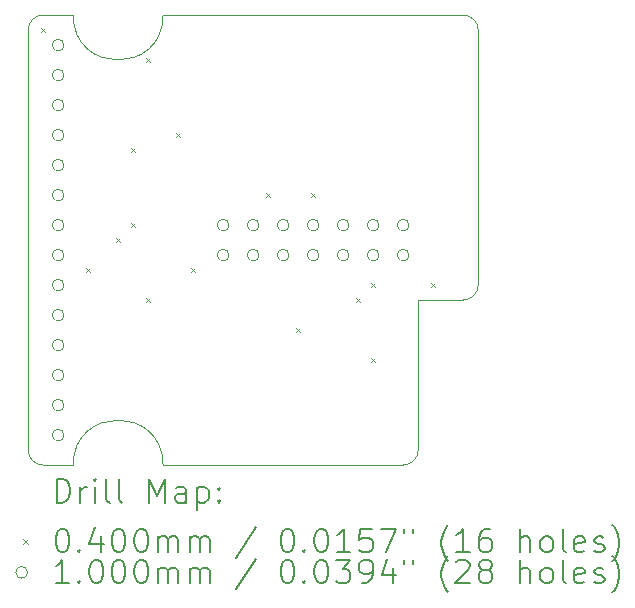
<source format=gbr>
%TF.GenerationSoftware,KiCad,Pcbnew,7.0.2*%
%TF.CreationDate,2023-05-16T20:51:57+02:00*%
%TF.ProjectId,Display Adapter,44697370-6c61-4792-9041-646170746572,V1.0*%
%TF.SameCoordinates,Original*%
%TF.FileFunction,Drillmap*%
%TF.FilePolarity,Positive*%
%FSLAX45Y45*%
G04 Gerber Fmt 4.5, Leading zero omitted, Abs format (unit mm)*
G04 Created by KiCad (PCBNEW 7.0.2) date 2023-05-16 20:51:57*
%MOMM*%
%LPD*%
G01*
G04 APERTURE LIST*
%ADD10C,0.100000*%
%ADD11C,0.200000*%
%ADD12C,0.040000*%
G04 APERTURE END LIST*
D10*
X13335000Y-8382000D02*
G75*
G03*
X14097000Y-8382000I381000J0D01*
G01*
X12954000Y-12065000D02*
G75*
G03*
X13081000Y-12192000I127000J0D01*
G01*
X16637000Y-10795000D02*
X16256000Y-10795000D01*
X13081000Y-8382000D02*
G75*
G03*
X12954000Y-8509000I0J-127000D01*
G01*
X16764000Y-8509000D02*
G75*
G03*
X16637000Y-8382000I-127000J0D01*
G01*
X14097000Y-8382000D02*
X16637000Y-8382000D01*
X14097000Y-12192000D02*
G75*
G03*
X13335000Y-12192000I-381000J0D01*
G01*
X16764000Y-8509000D02*
X16764000Y-10668000D01*
X12954000Y-12065000D02*
X12954000Y-8509000D01*
X16129000Y-12192000D02*
X14097000Y-12192000D01*
X13335000Y-8382000D02*
X13081000Y-8382000D01*
X13335000Y-12192000D02*
X13081000Y-12192000D01*
X16256000Y-12065000D02*
X16256000Y-10795000D01*
X16637000Y-10795000D02*
G75*
G03*
X16764000Y-10668000I0J127000D01*
G01*
X16129000Y-12192000D02*
G75*
G03*
X16256000Y-12065000I0J127000D01*
G01*
D11*
D12*
X13061000Y-8489000D02*
X13101000Y-8529000D01*
X13101000Y-8489000D02*
X13061000Y-8529000D01*
X13442000Y-10521000D02*
X13482000Y-10561000D01*
X13482000Y-10521000D02*
X13442000Y-10561000D01*
X13696000Y-10267000D02*
X13736000Y-10307000D01*
X13736000Y-10267000D02*
X13696000Y-10307000D01*
X13823000Y-9505000D02*
X13863000Y-9545000D01*
X13863000Y-9505000D02*
X13823000Y-9545000D01*
X13823000Y-10140000D02*
X13863000Y-10180000D01*
X13863000Y-10140000D02*
X13823000Y-10180000D01*
X13950000Y-8743000D02*
X13990000Y-8783000D01*
X13990000Y-8743000D02*
X13950000Y-8783000D01*
X13950000Y-10775000D02*
X13990000Y-10815000D01*
X13990000Y-10775000D02*
X13950000Y-10815000D01*
X14204000Y-9378000D02*
X14244000Y-9418000D01*
X14244000Y-9378000D02*
X14204000Y-9418000D01*
X14331000Y-10521000D02*
X14371000Y-10561000D01*
X14371000Y-10521000D02*
X14331000Y-10561000D01*
X14966000Y-9886000D02*
X15006000Y-9926000D01*
X15006000Y-9886000D02*
X14966000Y-9926000D01*
X15220000Y-11029000D02*
X15260000Y-11069000D01*
X15260000Y-11029000D02*
X15220000Y-11069000D01*
X15347000Y-9886000D02*
X15387000Y-9926000D01*
X15387000Y-9886000D02*
X15347000Y-9926000D01*
X15728000Y-10775000D02*
X15768000Y-10815000D01*
X15768000Y-10775000D02*
X15728000Y-10815000D01*
X15855000Y-10648000D02*
X15895000Y-10688000D01*
X15895000Y-10648000D02*
X15855000Y-10688000D01*
X15855000Y-11283000D02*
X15895000Y-11323000D01*
X15895000Y-11283000D02*
X15855000Y-11323000D01*
X16363000Y-10648000D02*
X16403000Y-10688000D01*
X16403000Y-10648000D02*
X16363000Y-10688000D01*
D10*
X13258000Y-8636000D02*
G75*
G03*
X13258000Y-8636000I-50000J0D01*
G01*
X13258000Y-8890000D02*
G75*
G03*
X13258000Y-8890000I-50000J0D01*
G01*
X13258000Y-9144000D02*
G75*
G03*
X13258000Y-9144000I-50000J0D01*
G01*
X13258000Y-9398000D02*
G75*
G03*
X13258000Y-9398000I-50000J0D01*
G01*
X13258000Y-9652000D02*
G75*
G03*
X13258000Y-9652000I-50000J0D01*
G01*
X13258000Y-9906000D02*
G75*
G03*
X13258000Y-9906000I-50000J0D01*
G01*
X13258000Y-10160000D02*
G75*
G03*
X13258000Y-10160000I-50000J0D01*
G01*
X13258000Y-10414000D02*
G75*
G03*
X13258000Y-10414000I-50000J0D01*
G01*
X13258000Y-10668000D02*
G75*
G03*
X13258000Y-10668000I-50000J0D01*
G01*
X13258000Y-10922000D02*
G75*
G03*
X13258000Y-10922000I-50000J0D01*
G01*
X13258000Y-11176000D02*
G75*
G03*
X13258000Y-11176000I-50000J0D01*
G01*
X13258000Y-11430000D02*
G75*
G03*
X13258000Y-11430000I-50000J0D01*
G01*
X13258000Y-11684000D02*
G75*
G03*
X13258000Y-11684000I-50000J0D01*
G01*
X13258000Y-11938000D02*
G75*
G03*
X13258000Y-11938000I-50000J0D01*
G01*
X14655000Y-10160000D02*
G75*
G03*
X14655000Y-10160000I-50000J0D01*
G01*
X14655000Y-10414000D02*
G75*
G03*
X14655000Y-10414000I-50000J0D01*
G01*
X14909000Y-10160000D02*
G75*
G03*
X14909000Y-10160000I-50000J0D01*
G01*
X14909000Y-10414000D02*
G75*
G03*
X14909000Y-10414000I-50000J0D01*
G01*
X15163000Y-10160000D02*
G75*
G03*
X15163000Y-10160000I-50000J0D01*
G01*
X15163000Y-10414000D02*
G75*
G03*
X15163000Y-10414000I-50000J0D01*
G01*
X15417000Y-10160000D02*
G75*
G03*
X15417000Y-10160000I-50000J0D01*
G01*
X15417000Y-10414000D02*
G75*
G03*
X15417000Y-10414000I-50000J0D01*
G01*
X15671000Y-10160000D02*
G75*
G03*
X15671000Y-10160000I-50000J0D01*
G01*
X15671000Y-10414000D02*
G75*
G03*
X15671000Y-10414000I-50000J0D01*
G01*
X15925000Y-10160000D02*
G75*
G03*
X15925000Y-10160000I-50000J0D01*
G01*
X15925000Y-10414000D02*
G75*
G03*
X15925000Y-10414000I-50000J0D01*
G01*
X16179000Y-10160000D02*
G75*
G03*
X16179000Y-10160000I-50000J0D01*
G01*
X16179000Y-10414000D02*
G75*
G03*
X16179000Y-10414000I-50000J0D01*
G01*
D11*
X13196619Y-12509524D02*
X13196619Y-12309524D01*
X13196619Y-12309524D02*
X13244238Y-12309524D01*
X13244238Y-12309524D02*
X13272809Y-12319048D01*
X13272809Y-12319048D02*
X13291857Y-12338095D01*
X13291857Y-12338095D02*
X13301381Y-12357143D01*
X13301381Y-12357143D02*
X13310905Y-12395238D01*
X13310905Y-12395238D02*
X13310905Y-12423809D01*
X13310905Y-12423809D02*
X13301381Y-12461905D01*
X13301381Y-12461905D02*
X13291857Y-12480952D01*
X13291857Y-12480952D02*
X13272809Y-12500000D01*
X13272809Y-12500000D02*
X13244238Y-12509524D01*
X13244238Y-12509524D02*
X13196619Y-12509524D01*
X13396619Y-12509524D02*
X13396619Y-12376190D01*
X13396619Y-12414286D02*
X13406143Y-12395238D01*
X13406143Y-12395238D02*
X13415667Y-12385714D01*
X13415667Y-12385714D02*
X13434714Y-12376190D01*
X13434714Y-12376190D02*
X13453762Y-12376190D01*
X13520428Y-12509524D02*
X13520428Y-12376190D01*
X13520428Y-12309524D02*
X13510905Y-12319048D01*
X13510905Y-12319048D02*
X13520428Y-12328571D01*
X13520428Y-12328571D02*
X13529952Y-12319048D01*
X13529952Y-12319048D02*
X13520428Y-12309524D01*
X13520428Y-12309524D02*
X13520428Y-12328571D01*
X13644238Y-12509524D02*
X13625190Y-12500000D01*
X13625190Y-12500000D02*
X13615667Y-12480952D01*
X13615667Y-12480952D02*
X13615667Y-12309524D01*
X13749000Y-12509524D02*
X13729952Y-12500000D01*
X13729952Y-12500000D02*
X13720428Y-12480952D01*
X13720428Y-12480952D02*
X13720428Y-12309524D01*
X13977571Y-12509524D02*
X13977571Y-12309524D01*
X13977571Y-12309524D02*
X14044238Y-12452381D01*
X14044238Y-12452381D02*
X14110905Y-12309524D01*
X14110905Y-12309524D02*
X14110905Y-12509524D01*
X14291857Y-12509524D02*
X14291857Y-12404762D01*
X14291857Y-12404762D02*
X14282333Y-12385714D01*
X14282333Y-12385714D02*
X14263286Y-12376190D01*
X14263286Y-12376190D02*
X14225190Y-12376190D01*
X14225190Y-12376190D02*
X14206143Y-12385714D01*
X14291857Y-12500000D02*
X14272809Y-12509524D01*
X14272809Y-12509524D02*
X14225190Y-12509524D01*
X14225190Y-12509524D02*
X14206143Y-12500000D01*
X14206143Y-12500000D02*
X14196619Y-12480952D01*
X14196619Y-12480952D02*
X14196619Y-12461905D01*
X14196619Y-12461905D02*
X14206143Y-12442857D01*
X14206143Y-12442857D02*
X14225190Y-12433333D01*
X14225190Y-12433333D02*
X14272809Y-12433333D01*
X14272809Y-12433333D02*
X14291857Y-12423809D01*
X14387095Y-12376190D02*
X14387095Y-12576190D01*
X14387095Y-12385714D02*
X14406143Y-12376190D01*
X14406143Y-12376190D02*
X14444238Y-12376190D01*
X14444238Y-12376190D02*
X14463286Y-12385714D01*
X14463286Y-12385714D02*
X14472809Y-12395238D01*
X14472809Y-12395238D02*
X14482333Y-12414286D01*
X14482333Y-12414286D02*
X14482333Y-12471428D01*
X14482333Y-12471428D02*
X14472809Y-12490476D01*
X14472809Y-12490476D02*
X14463286Y-12500000D01*
X14463286Y-12500000D02*
X14444238Y-12509524D01*
X14444238Y-12509524D02*
X14406143Y-12509524D01*
X14406143Y-12509524D02*
X14387095Y-12500000D01*
X14568048Y-12490476D02*
X14577571Y-12500000D01*
X14577571Y-12500000D02*
X14568048Y-12509524D01*
X14568048Y-12509524D02*
X14558524Y-12500000D01*
X14558524Y-12500000D02*
X14568048Y-12490476D01*
X14568048Y-12490476D02*
X14568048Y-12509524D01*
X14568048Y-12385714D02*
X14577571Y-12395238D01*
X14577571Y-12395238D02*
X14568048Y-12404762D01*
X14568048Y-12404762D02*
X14558524Y-12395238D01*
X14558524Y-12395238D02*
X14568048Y-12385714D01*
X14568048Y-12385714D02*
X14568048Y-12404762D01*
D12*
X12909000Y-12817000D02*
X12949000Y-12857000D01*
X12949000Y-12817000D02*
X12909000Y-12857000D01*
D11*
X13234714Y-12729524D02*
X13253762Y-12729524D01*
X13253762Y-12729524D02*
X13272809Y-12739048D01*
X13272809Y-12739048D02*
X13282333Y-12748571D01*
X13282333Y-12748571D02*
X13291857Y-12767619D01*
X13291857Y-12767619D02*
X13301381Y-12805714D01*
X13301381Y-12805714D02*
X13301381Y-12853333D01*
X13301381Y-12853333D02*
X13291857Y-12891428D01*
X13291857Y-12891428D02*
X13282333Y-12910476D01*
X13282333Y-12910476D02*
X13272809Y-12920000D01*
X13272809Y-12920000D02*
X13253762Y-12929524D01*
X13253762Y-12929524D02*
X13234714Y-12929524D01*
X13234714Y-12929524D02*
X13215667Y-12920000D01*
X13215667Y-12920000D02*
X13206143Y-12910476D01*
X13206143Y-12910476D02*
X13196619Y-12891428D01*
X13196619Y-12891428D02*
X13187095Y-12853333D01*
X13187095Y-12853333D02*
X13187095Y-12805714D01*
X13187095Y-12805714D02*
X13196619Y-12767619D01*
X13196619Y-12767619D02*
X13206143Y-12748571D01*
X13206143Y-12748571D02*
X13215667Y-12739048D01*
X13215667Y-12739048D02*
X13234714Y-12729524D01*
X13387095Y-12910476D02*
X13396619Y-12920000D01*
X13396619Y-12920000D02*
X13387095Y-12929524D01*
X13387095Y-12929524D02*
X13377571Y-12920000D01*
X13377571Y-12920000D02*
X13387095Y-12910476D01*
X13387095Y-12910476D02*
X13387095Y-12929524D01*
X13568048Y-12796190D02*
X13568048Y-12929524D01*
X13520428Y-12720000D02*
X13472809Y-12862857D01*
X13472809Y-12862857D02*
X13596619Y-12862857D01*
X13710905Y-12729524D02*
X13729952Y-12729524D01*
X13729952Y-12729524D02*
X13749000Y-12739048D01*
X13749000Y-12739048D02*
X13758524Y-12748571D01*
X13758524Y-12748571D02*
X13768048Y-12767619D01*
X13768048Y-12767619D02*
X13777571Y-12805714D01*
X13777571Y-12805714D02*
X13777571Y-12853333D01*
X13777571Y-12853333D02*
X13768048Y-12891428D01*
X13768048Y-12891428D02*
X13758524Y-12910476D01*
X13758524Y-12910476D02*
X13749000Y-12920000D01*
X13749000Y-12920000D02*
X13729952Y-12929524D01*
X13729952Y-12929524D02*
X13710905Y-12929524D01*
X13710905Y-12929524D02*
X13691857Y-12920000D01*
X13691857Y-12920000D02*
X13682333Y-12910476D01*
X13682333Y-12910476D02*
X13672809Y-12891428D01*
X13672809Y-12891428D02*
X13663286Y-12853333D01*
X13663286Y-12853333D02*
X13663286Y-12805714D01*
X13663286Y-12805714D02*
X13672809Y-12767619D01*
X13672809Y-12767619D02*
X13682333Y-12748571D01*
X13682333Y-12748571D02*
X13691857Y-12739048D01*
X13691857Y-12739048D02*
X13710905Y-12729524D01*
X13901381Y-12729524D02*
X13920429Y-12729524D01*
X13920429Y-12729524D02*
X13939476Y-12739048D01*
X13939476Y-12739048D02*
X13949000Y-12748571D01*
X13949000Y-12748571D02*
X13958524Y-12767619D01*
X13958524Y-12767619D02*
X13968048Y-12805714D01*
X13968048Y-12805714D02*
X13968048Y-12853333D01*
X13968048Y-12853333D02*
X13958524Y-12891428D01*
X13958524Y-12891428D02*
X13949000Y-12910476D01*
X13949000Y-12910476D02*
X13939476Y-12920000D01*
X13939476Y-12920000D02*
X13920429Y-12929524D01*
X13920429Y-12929524D02*
X13901381Y-12929524D01*
X13901381Y-12929524D02*
X13882333Y-12920000D01*
X13882333Y-12920000D02*
X13872809Y-12910476D01*
X13872809Y-12910476D02*
X13863286Y-12891428D01*
X13863286Y-12891428D02*
X13853762Y-12853333D01*
X13853762Y-12853333D02*
X13853762Y-12805714D01*
X13853762Y-12805714D02*
X13863286Y-12767619D01*
X13863286Y-12767619D02*
X13872809Y-12748571D01*
X13872809Y-12748571D02*
X13882333Y-12739048D01*
X13882333Y-12739048D02*
X13901381Y-12729524D01*
X14053762Y-12929524D02*
X14053762Y-12796190D01*
X14053762Y-12815238D02*
X14063286Y-12805714D01*
X14063286Y-12805714D02*
X14082333Y-12796190D01*
X14082333Y-12796190D02*
X14110905Y-12796190D01*
X14110905Y-12796190D02*
X14129952Y-12805714D01*
X14129952Y-12805714D02*
X14139476Y-12824762D01*
X14139476Y-12824762D02*
X14139476Y-12929524D01*
X14139476Y-12824762D02*
X14149000Y-12805714D01*
X14149000Y-12805714D02*
X14168048Y-12796190D01*
X14168048Y-12796190D02*
X14196619Y-12796190D01*
X14196619Y-12796190D02*
X14215667Y-12805714D01*
X14215667Y-12805714D02*
X14225190Y-12824762D01*
X14225190Y-12824762D02*
X14225190Y-12929524D01*
X14320429Y-12929524D02*
X14320429Y-12796190D01*
X14320429Y-12815238D02*
X14329952Y-12805714D01*
X14329952Y-12805714D02*
X14349000Y-12796190D01*
X14349000Y-12796190D02*
X14377571Y-12796190D01*
X14377571Y-12796190D02*
X14396619Y-12805714D01*
X14396619Y-12805714D02*
X14406143Y-12824762D01*
X14406143Y-12824762D02*
X14406143Y-12929524D01*
X14406143Y-12824762D02*
X14415667Y-12805714D01*
X14415667Y-12805714D02*
X14434714Y-12796190D01*
X14434714Y-12796190D02*
X14463286Y-12796190D01*
X14463286Y-12796190D02*
X14482333Y-12805714D01*
X14482333Y-12805714D02*
X14491857Y-12824762D01*
X14491857Y-12824762D02*
X14491857Y-12929524D01*
X14882333Y-12720000D02*
X14710905Y-12977143D01*
X15139476Y-12729524D02*
X15158524Y-12729524D01*
X15158524Y-12729524D02*
X15177572Y-12739048D01*
X15177572Y-12739048D02*
X15187095Y-12748571D01*
X15187095Y-12748571D02*
X15196619Y-12767619D01*
X15196619Y-12767619D02*
X15206143Y-12805714D01*
X15206143Y-12805714D02*
X15206143Y-12853333D01*
X15206143Y-12853333D02*
X15196619Y-12891428D01*
X15196619Y-12891428D02*
X15187095Y-12910476D01*
X15187095Y-12910476D02*
X15177572Y-12920000D01*
X15177572Y-12920000D02*
X15158524Y-12929524D01*
X15158524Y-12929524D02*
X15139476Y-12929524D01*
X15139476Y-12929524D02*
X15120429Y-12920000D01*
X15120429Y-12920000D02*
X15110905Y-12910476D01*
X15110905Y-12910476D02*
X15101381Y-12891428D01*
X15101381Y-12891428D02*
X15091857Y-12853333D01*
X15091857Y-12853333D02*
X15091857Y-12805714D01*
X15091857Y-12805714D02*
X15101381Y-12767619D01*
X15101381Y-12767619D02*
X15110905Y-12748571D01*
X15110905Y-12748571D02*
X15120429Y-12739048D01*
X15120429Y-12739048D02*
X15139476Y-12729524D01*
X15291857Y-12910476D02*
X15301381Y-12920000D01*
X15301381Y-12920000D02*
X15291857Y-12929524D01*
X15291857Y-12929524D02*
X15282333Y-12920000D01*
X15282333Y-12920000D02*
X15291857Y-12910476D01*
X15291857Y-12910476D02*
X15291857Y-12929524D01*
X15425191Y-12729524D02*
X15444238Y-12729524D01*
X15444238Y-12729524D02*
X15463286Y-12739048D01*
X15463286Y-12739048D02*
X15472810Y-12748571D01*
X15472810Y-12748571D02*
X15482333Y-12767619D01*
X15482333Y-12767619D02*
X15491857Y-12805714D01*
X15491857Y-12805714D02*
X15491857Y-12853333D01*
X15491857Y-12853333D02*
X15482333Y-12891428D01*
X15482333Y-12891428D02*
X15472810Y-12910476D01*
X15472810Y-12910476D02*
X15463286Y-12920000D01*
X15463286Y-12920000D02*
X15444238Y-12929524D01*
X15444238Y-12929524D02*
X15425191Y-12929524D01*
X15425191Y-12929524D02*
X15406143Y-12920000D01*
X15406143Y-12920000D02*
X15396619Y-12910476D01*
X15396619Y-12910476D02*
X15387095Y-12891428D01*
X15387095Y-12891428D02*
X15377572Y-12853333D01*
X15377572Y-12853333D02*
X15377572Y-12805714D01*
X15377572Y-12805714D02*
X15387095Y-12767619D01*
X15387095Y-12767619D02*
X15396619Y-12748571D01*
X15396619Y-12748571D02*
X15406143Y-12739048D01*
X15406143Y-12739048D02*
X15425191Y-12729524D01*
X15682333Y-12929524D02*
X15568048Y-12929524D01*
X15625191Y-12929524D02*
X15625191Y-12729524D01*
X15625191Y-12729524D02*
X15606143Y-12758095D01*
X15606143Y-12758095D02*
X15587095Y-12777143D01*
X15587095Y-12777143D02*
X15568048Y-12786667D01*
X15863286Y-12729524D02*
X15768048Y-12729524D01*
X15768048Y-12729524D02*
X15758524Y-12824762D01*
X15758524Y-12824762D02*
X15768048Y-12815238D01*
X15768048Y-12815238D02*
X15787095Y-12805714D01*
X15787095Y-12805714D02*
X15834714Y-12805714D01*
X15834714Y-12805714D02*
X15853762Y-12815238D01*
X15853762Y-12815238D02*
X15863286Y-12824762D01*
X15863286Y-12824762D02*
X15872810Y-12843809D01*
X15872810Y-12843809D02*
X15872810Y-12891428D01*
X15872810Y-12891428D02*
X15863286Y-12910476D01*
X15863286Y-12910476D02*
X15853762Y-12920000D01*
X15853762Y-12920000D02*
X15834714Y-12929524D01*
X15834714Y-12929524D02*
X15787095Y-12929524D01*
X15787095Y-12929524D02*
X15768048Y-12920000D01*
X15768048Y-12920000D02*
X15758524Y-12910476D01*
X15939476Y-12729524D02*
X16072810Y-12729524D01*
X16072810Y-12729524D02*
X15987095Y-12929524D01*
X16139476Y-12729524D02*
X16139476Y-12767619D01*
X16215667Y-12729524D02*
X16215667Y-12767619D01*
X16510905Y-13005714D02*
X16501381Y-12996190D01*
X16501381Y-12996190D02*
X16482334Y-12967619D01*
X16482334Y-12967619D02*
X16472810Y-12948571D01*
X16472810Y-12948571D02*
X16463286Y-12920000D01*
X16463286Y-12920000D02*
X16453762Y-12872381D01*
X16453762Y-12872381D02*
X16453762Y-12834286D01*
X16453762Y-12834286D02*
X16463286Y-12786667D01*
X16463286Y-12786667D02*
X16472810Y-12758095D01*
X16472810Y-12758095D02*
X16482334Y-12739048D01*
X16482334Y-12739048D02*
X16501381Y-12710476D01*
X16501381Y-12710476D02*
X16510905Y-12700952D01*
X16691857Y-12929524D02*
X16577572Y-12929524D01*
X16634714Y-12929524D02*
X16634714Y-12729524D01*
X16634714Y-12729524D02*
X16615667Y-12758095D01*
X16615667Y-12758095D02*
X16596619Y-12777143D01*
X16596619Y-12777143D02*
X16577572Y-12786667D01*
X16863286Y-12729524D02*
X16825191Y-12729524D01*
X16825191Y-12729524D02*
X16806143Y-12739048D01*
X16806143Y-12739048D02*
X16796619Y-12748571D01*
X16796619Y-12748571D02*
X16777572Y-12777143D01*
X16777572Y-12777143D02*
X16768048Y-12815238D01*
X16768048Y-12815238D02*
X16768048Y-12891428D01*
X16768048Y-12891428D02*
X16777572Y-12910476D01*
X16777572Y-12910476D02*
X16787096Y-12920000D01*
X16787096Y-12920000D02*
X16806143Y-12929524D01*
X16806143Y-12929524D02*
X16844238Y-12929524D01*
X16844238Y-12929524D02*
X16863286Y-12920000D01*
X16863286Y-12920000D02*
X16872810Y-12910476D01*
X16872810Y-12910476D02*
X16882334Y-12891428D01*
X16882334Y-12891428D02*
X16882334Y-12843809D01*
X16882334Y-12843809D02*
X16872810Y-12824762D01*
X16872810Y-12824762D02*
X16863286Y-12815238D01*
X16863286Y-12815238D02*
X16844238Y-12805714D01*
X16844238Y-12805714D02*
X16806143Y-12805714D01*
X16806143Y-12805714D02*
X16787096Y-12815238D01*
X16787096Y-12815238D02*
X16777572Y-12824762D01*
X16777572Y-12824762D02*
X16768048Y-12843809D01*
X17120429Y-12929524D02*
X17120429Y-12729524D01*
X17206143Y-12929524D02*
X17206143Y-12824762D01*
X17206143Y-12824762D02*
X17196619Y-12805714D01*
X17196619Y-12805714D02*
X17177572Y-12796190D01*
X17177572Y-12796190D02*
X17149000Y-12796190D01*
X17149000Y-12796190D02*
X17129953Y-12805714D01*
X17129953Y-12805714D02*
X17120429Y-12815238D01*
X17329953Y-12929524D02*
X17310905Y-12920000D01*
X17310905Y-12920000D02*
X17301381Y-12910476D01*
X17301381Y-12910476D02*
X17291858Y-12891428D01*
X17291858Y-12891428D02*
X17291858Y-12834286D01*
X17291858Y-12834286D02*
X17301381Y-12815238D01*
X17301381Y-12815238D02*
X17310905Y-12805714D01*
X17310905Y-12805714D02*
X17329953Y-12796190D01*
X17329953Y-12796190D02*
X17358524Y-12796190D01*
X17358524Y-12796190D02*
X17377572Y-12805714D01*
X17377572Y-12805714D02*
X17387096Y-12815238D01*
X17387096Y-12815238D02*
X17396619Y-12834286D01*
X17396619Y-12834286D02*
X17396619Y-12891428D01*
X17396619Y-12891428D02*
X17387096Y-12910476D01*
X17387096Y-12910476D02*
X17377572Y-12920000D01*
X17377572Y-12920000D02*
X17358524Y-12929524D01*
X17358524Y-12929524D02*
X17329953Y-12929524D01*
X17510905Y-12929524D02*
X17491858Y-12920000D01*
X17491858Y-12920000D02*
X17482334Y-12900952D01*
X17482334Y-12900952D02*
X17482334Y-12729524D01*
X17663286Y-12920000D02*
X17644239Y-12929524D01*
X17644239Y-12929524D02*
X17606143Y-12929524D01*
X17606143Y-12929524D02*
X17587096Y-12920000D01*
X17587096Y-12920000D02*
X17577572Y-12900952D01*
X17577572Y-12900952D02*
X17577572Y-12824762D01*
X17577572Y-12824762D02*
X17587096Y-12805714D01*
X17587096Y-12805714D02*
X17606143Y-12796190D01*
X17606143Y-12796190D02*
X17644239Y-12796190D01*
X17644239Y-12796190D02*
X17663286Y-12805714D01*
X17663286Y-12805714D02*
X17672810Y-12824762D01*
X17672810Y-12824762D02*
X17672810Y-12843809D01*
X17672810Y-12843809D02*
X17577572Y-12862857D01*
X17749000Y-12920000D02*
X17768048Y-12929524D01*
X17768048Y-12929524D02*
X17806143Y-12929524D01*
X17806143Y-12929524D02*
X17825191Y-12920000D01*
X17825191Y-12920000D02*
X17834715Y-12900952D01*
X17834715Y-12900952D02*
X17834715Y-12891428D01*
X17834715Y-12891428D02*
X17825191Y-12872381D01*
X17825191Y-12872381D02*
X17806143Y-12862857D01*
X17806143Y-12862857D02*
X17777572Y-12862857D01*
X17777572Y-12862857D02*
X17758524Y-12853333D01*
X17758524Y-12853333D02*
X17749000Y-12834286D01*
X17749000Y-12834286D02*
X17749000Y-12824762D01*
X17749000Y-12824762D02*
X17758524Y-12805714D01*
X17758524Y-12805714D02*
X17777572Y-12796190D01*
X17777572Y-12796190D02*
X17806143Y-12796190D01*
X17806143Y-12796190D02*
X17825191Y-12805714D01*
X17901381Y-13005714D02*
X17910905Y-12996190D01*
X17910905Y-12996190D02*
X17929953Y-12967619D01*
X17929953Y-12967619D02*
X17939477Y-12948571D01*
X17939477Y-12948571D02*
X17949000Y-12920000D01*
X17949000Y-12920000D02*
X17958524Y-12872381D01*
X17958524Y-12872381D02*
X17958524Y-12834286D01*
X17958524Y-12834286D02*
X17949000Y-12786667D01*
X17949000Y-12786667D02*
X17939477Y-12758095D01*
X17939477Y-12758095D02*
X17929953Y-12739048D01*
X17929953Y-12739048D02*
X17910905Y-12710476D01*
X17910905Y-12710476D02*
X17901381Y-12700952D01*
D10*
X12949000Y-13101000D02*
G75*
G03*
X12949000Y-13101000I-50000J0D01*
G01*
D11*
X13301381Y-13193524D02*
X13187095Y-13193524D01*
X13244238Y-13193524D02*
X13244238Y-12993524D01*
X13244238Y-12993524D02*
X13225190Y-13022095D01*
X13225190Y-13022095D02*
X13206143Y-13041143D01*
X13206143Y-13041143D02*
X13187095Y-13050667D01*
X13387095Y-13174476D02*
X13396619Y-13184000D01*
X13396619Y-13184000D02*
X13387095Y-13193524D01*
X13387095Y-13193524D02*
X13377571Y-13184000D01*
X13377571Y-13184000D02*
X13387095Y-13174476D01*
X13387095Y-13174476D02*
X13387095Y-13193524D01*
X13520428Y-12993524D02*
X13539476Y-12993524D01*
X13539476Y-12993524D02*
X13558524Y-13003048D01*
X13558524Y-13003048D02*
X13568048Y-13012571D01*
X13568048Y-13012571D02*
X13577571Y-13031619D01*
X13577571Y-13031619D02*
X13587095Y-13069714D01*
X13587095Y-13069714D02*
X13587095Y-13117333D01*
X13587095Y-13117333D02*
X13577571Y-13155428D01*
X13577571Y-13155428D02*
X13568048Y-13174476D01*
X13568048Y-13174476D02*
X13558524Y-13184000D01*
X13558524Y-13184000D02*
X13539476Y-13193524D01*
X13539476Y-13193524D02*
X13520428Y-13193524D01*
X13520428Y-13193524D02*
X13501381Y-13184000D01*
X13501381Y-13184000D02*
X13491857Y-13174476D01*
X13491857Y-13174476D02*
X13482333Y-13155428D01*
X13482333Y-13155428D02*
X13472809Y-13117333D01*
X13472809Y-13117333D02*
X13472809Y-13069714D01*
X13472809Y-13069714D02*
X13482333Y-13031619D01*
X13482333Y-13031619D02*
X13491857Y-13012571D01*
X13491857Y-13012571D02*
X13501381Y-13003048D01*
X13501381Y-13003048D02*
X13520428Y-12993524D01*
X13710905Y-12993524D02*
X13729952Y-12993524D01*
X13729952Y-12993524D02*
X13749000Y-13003048D01*
X13749000Y-13003048D02*
X13758524Y-13012571D01*
X13758524Y-13012571D02*
X13768048Y-13031619D01*
X13768048Y-13031619D02*
X13777571Y-13069714D01*
X13777571Y-13069714D02*
X13777571Y-13117333D01*
X13777571Y-13117333D02*
X13768048Y-13155428D01*
X13768048Y-13155428D02*
X13758524Y-13174476D01*
X13758524Y-13174476D02*
X13749000Y-13184000D01*
X13749000Y-13184000D02*
X13729952Y-13193524D01*
X13729952Y-13193524D02*
X13710905Y-13193524D01*
X13710905Y-13193524D02*
X13691857Y-13184000D01*
X13691857Y-13184000D02*
X13682333Y-13174476D01*
X13682333Y-13174476D02*
X13672809Y-13155428D01*
X13672809Y-13155428D02*
X13663286Y-13117333D01*
X13663286Y-13117333D02*
X13663286Y-13069714D01*
X13663286Y-13069714D02*
X13672809Y-13031619D01*
X13672809Y-13031619D02*
X13682333Y-13012571D01*
X13682333Y-13012571D02*
X13691857Y-13003048D01*
X13691857Y-13003048D02*
X13710905Y-12993524D01*
X13901381Y-12993524D02*
X13920429Y-12993524D01*
X13920429Y-12993524D02*
X13939476Y-13003048D01*
X13939476Y-13003048D02*
X13949000Y-13012571D01*
X13949000Y-13012571D02*
X13958524Y-13031619D01*
X13958524Y-13031619D02*
X13968048Y-13069714D01*
X13968048Y-13069714D02*
X13968048Y-13117333D01*
X13968048Y-13117333D02*
X13958524Y-13155428D01*
X13958524Y-13155428D02*
X13949000Y-13174476D01*
X13949000Y-13174476D02*
X13939476Y-13184000D01*
X13939476Y-13184000D02*
X13920429Y-13193524D01*
X13920429Y-13193524D02*
X13901381Y-13193524D01*
X13901381Y-13193524D02*
X13882333Y-13184000D01*
X13882333Y-13184000D02*
X13872809Y-13174476D01*
X13872809Y-13174476D02*
X13863286Y-13155428D01*
X13863286Y-13155428D02*
X13853762Y-13117333D01*
X13853762Y-13117333D02*
X13853762Y-13069714D01*
X13853762Y-13069714D02*
X13863286Y-13031619D01*
X13863286Y-13031619D02*
X13872809Y-13012571D01*
X13872809Y-13012571D02*
X13882333Y-13003048D01*
X13882333Y-13003048D02*
X13901381Y-12993524D01*
X14053762Y-13193524D02*
X14053762Y-13060190D01*
X14053762Y-13079238D02*
X14063286Y-13069714D01*
X14063286Y-13069714D02*
X14082333Y-13060190D01*
X14082333Y-13060190D02*
X14110905Y-13060190D01*
X14110905Y-13060190D02*
X14129952Y-13069714D01*
X14129952Y-13069714D02*
X14139476Y-13088762D01*
X14139476Y-13088762D02*
X14139476Y-13193524D01*
X14139476Y-13088762D02*
X14149000Y-13069714D01*
X14149000Y-13069714D02*
X14168048Y-13060190D01*
X14168048Y-13060190D02*
X14196619Y-13060190D01*
X14196619Y-13060190D02*
X14215667Y-13069714D01*
X14215667Y-13069714D02*
X14225190Y-13088762D01*
X14225190Y-13088762D02*
X14225190Y-13193524D01*
X14320429Y-13193524D02*
X14320429Y-13060190D01*
X14320429Y-13079238D02*
X14329952Y-13069714D01*
X14329952Y-13069714D02*
X14349000Y-13060190D01*
X14349000Y-13060190D02*
X14377571Y-13060190D01*
X14377571Y-13060190D02*
X14396619Y-13069714D01*
X14396619Y-13069714D02*
X14406143Y-13088762D01*
X14406143Y-13088762D02*
X14406143Y-13193524D01*
X14406143Y-13088762D02*
X14415667Y-13069714D01*
X14415667Y-13069714D02*
X14434714Y-13060190D01*
X14434714Y-13060190D02*
X14463286Y-13060190D01*
X14463286Y-13060190D02*
X14482333Y-13069714D01*
X14482333Y-13069714D02*
X14491857Y-13088762D01*
X14491857Y-13088762D02*
X14491857Y-13193524D01*
X14882333Y-12984000D02*
X14710905Y-13241143D01*
X15139476Y-12993524D02*
X15158524Y-12993524D01*
X15158524Y-12993524D02*
X15177572Y-13003048D01*
X15177572Y-13003048D02*
X15187095Y-13012571D01*
X15187095Y-13012571D02*
X15196619Y-13031619D01*
X15196619Y-13031619D02*
X15206143Y-13069714D01*
X15206143Y-13069714D02*
X15206143Y-13117333D01*
X15206143Y-13117333D02*
X15196619Y-13155428D01*
X15196619Y-13155428D02*
X15187095Y-13174476D01*
X15187095Y-13174476D02*
X15177572Y-13184000D01*
X15177572Y-13184000D02*
X15158524Y-13193524D01*
X15158524Y-13193524D02*
X15139476Y-13193524D01*
X15139476Y-13193524D02*
X15120429Y-13184000D01*
X15120429Y-13184000D02*
X15110905Y-13174476D01*
X15110905Y-13174476D02*
X15101381Y-13155428D01*
X15101381Y-13155428D02*
X15091857Y-13117333D01*
X15091857Y-13117333D02*
X15091857Y-13069714D01*
X15091857Y-13069714D02*
X15101381Y-13031619D01*
X15101381Y-13031619D02*
X15110905Y-13012571D01*
X15110905Y-13012571D02*
X15120429Y-13003048D01*
X15120429Y-13003048D02*
X15139476Y-12993524D01*
X15291857Y-13174476D02*
X15301381Y-13184000D01*
X15301381Y-13184000D02*
X15291857Y-13193524D01*
X15291857Y-13193524D02*
X15282333Y-13184000D01*
X15282333Y-13184000D02*
X15291857Y-13174476D01*
X15291857Y-13174476D02*
X15291857Y-13193524D01*
X15425191Y-12993524D02*
X15444238Y-12993524D01*
X15444238Y-12993524D02*
X15463286Y-13003048D01*
X15463286Y-13003048D02*
X15472810Y-13012571D01*
X15472810Y-13012571D02*
X15482333Y-13031619D01*
X15482333Y-13031619D02*
X15491857Y-13069714D01*
X15491857Y-13069714D02*
X15491857Y-13117333D01*
X15491857Y-13117333D02*
X15482333Y-13155428D01*
X15482333Y-13155428D02*
X15472810Y-13174476D01*
X15472810Y-13174476D02*
X15463286Y-13184000D01*
X15463286Y-13184000D02*
X15444238Y-13193524D01*
X15444238Y-13193524D02*
X15425191Y-13193524D01*
X15425191Y-13193524D02*
X15406143Y-13184000D01*
X15406143Y-13184000D02*
X15396619Y-13174476D01*
X15396619Y-13174476D02*
X15387095Y-13155428D01*
X15387095Y-13155428D02*
X15377572Y-13117333D01*
X15377572Y-13117333D02*
X15377572Y-13069714D01*
X15377572Y-13069714D02*
X15387095Y-13031619D01*
X15387095Y-13031619D02*
X15396619Y-13012571D01*
X15396619Y-13012571D02*
X15406143Y-13003048D01*
X15406143Y-13003048D02*
X15425191Y-12993524D01*
X15558524Y-12993524D02*
X15682333Y-12993524D01*
X15682333Y-12993524D02*
X15615667Y-13069714D01*
X15615667Y-13069714D02*
X15644238Y-13069714D01*
X15644238Y-13069714D02*
X15663286Y-13079238D01*
X15663286Y-13079238D02*
X15672810Y-13088762D01*
X15672810Y-13088762D02*
X15682333Y-13107809D01*
X15682333Y-13107809D02*
X15682333Y-13155428D01*
X15682333Y-13155428D02*
X15672810Y-13174476D01*
X15672810Y-13174476D02*
X15663286Y-13184000D01*
X15663286Y-13184000D02*
X15644238Y-13193524D01*
X15644238Y-13193524D02*
X15587095Y-13193524D01*
X15587095Y-13193524D02*
X15568048Y-13184000D01*
X15568048Y-13184000D02*
X15558524Y-13174476D01*
X15777572Y-13193524D02*
X15815667Y-13193524D01*
X15815667Y-13193524D02*
X15834714Y-13184000D01*
X15834714Y-13184000D02*
X15844238Y-13174476D01*
X15844238Y-13174476D02*
X15863286Y-13145905D01*
X15863286Y-13145905D02*
X15872810Y-13107809D01*
X15872810Y-13107809D02*
X15872810Y-13031619D01*
X15872810Y-13031619D02*
X15863286Y-13012571D01*
X15863286Y-13012571D02*
X15853762Y-13003048D01*
X15853762Y-13003048D02*
X15834714Y-12993524D01*
X15834714Y-12993524D02*
X15796619Y-12993524D01*
X15796619Y-12993524D02*
X15777572Y-13003048D01*
X15777572Y-13003048D02*
X15768048Y-13012571D01*
X15768048Y-13012571D02*
X15758524Y-13031619D01*
X15758524Y-13031619D02*
X15758524Y-13079238D01*
X15758524Y-13079238D02*
X15768048Y-13098286D01*
X15768048Y-13098286D02*
X15777572Y-13107809D01*
X15777572Y-13107809D02*
X15796619Y-13117333D01*
X15796619Y-13117333D02*
X15834714Y-13117333D01*
X15834714Y-13117333D02*
X15853762Y-13107809D01*
X15853762Y-13107809D02*
X15863286Y-13098286D01*
X15863286Y-13098286D02*
X15872810Y-13079238D01*
X16044238Y-13060190D02*
X16044238Y-13193524D01*
X15996619Y-12984000D02*
X15949000Y-13126857D01*
X15949000Y-13126857D02*
X16072810Y-13126857D01*
X16139476Y-12993524D02*
X16139476Y-13031619D01*
X16215667Y-12993524D02*
X16215667Y-13031619D01*
X16510905Y-13269714D02*
X16501381Y-13260190D01*
X16501381Y-13260190D02*
X16482334Y-13231619D01*
X16482334Y-13231619D02*
X16472810Y-13212571D01*
X16472810Y-13212571D02*
X16463286Y-13184000D01*
X16463286Y-13184000D02*
X16453762Y-13136381D01*
X16453762Y-13136381D02*
X16453762Y-13098286D01*
X16453762Y-13098286D02*
X16463286Y-13050667D01*
X16463286Y-13050667D02*
X16472810Y-13022095D01*
X16472810Y-13022095D02*
X16482334Y-13003048D01*
X16482334Y-13003048D02*
X16501381Y-12974476D01*
X16501381Y-12974476D02*
X16510905Y-12964952D01*
X16577572Y-13012571D02*
X16587095Y-13003048D01*
X16587095Y-13003048D02*
X16606143Y-12993524D01*
X16606143Y-12993524D02*
X16653762Y-12993524D01*
X16653762Y-12993524D02*
X16672810Y-13003048D01*
X16672810Y-13003048D02*
X16682334Y-13012571D01*
X16682334Y-13012571D02*
X16691857Y-13031619D01*
X16691857Y-13031619D02*
X16691857Y-13050667D01*
X16691857Y-13050667D02*
X16682334Y-13079238D01*
X16682334Y-13079238D02*
X16568048Y-13193524D01*
X16568048Y-13193524D02*
X16691857Y-13193524D01*
X16806143Y-13079238D02*
X16787096Y-13069714D01*
X16787096Y-13069714D02*
X16777572Y-13060190D01*
X16777572Y-13060190D02*
X16768048Y-13041143D01*
X16768048Y-13041143D02*
X16768048Y-13031619D01*
X16768048Y-13031619D02*
X16777572Y-13012571D01*
X16777572Y-13012571D02*
X16787096Y-13003048D01*
X16787096Y-13003048D02*
X16806143Y-12993524D01*
X16806143Y-12993524D02*
X16844238Y-12993524D01*
X16844238Y-12993524D02*
X16863286Y-13003048D01*
X16863286Y-13003048D02*
X16872810Y-13012571D01*
X16872810Y-13012571D02*
X16882334Y-13031619D01*
X16882334Y-13031619D02*
X16882334Y-13041143D01*
X16882334Y-13041143D02*
X16872810Y-13060190D01*
X16872810Y-13060190D02*
X16863286Y-13069714D01*
X16863286Y-13069714D02*
X16844238Y-13079238D01*
X16844238Y-13079238D02*
X16806143Y-13079238D01*
X16806143Y-13079238D02*
X16787096Y-13088762D01*
X16787096Y-13088762D02*
X16777572Y-13098286D01*
X16777572Y-13098286D02*
X16768048Y-13117333D01*
X16768048Y-13117333D02*
X16768048Y-13155428D01*
X16768048Y-13155428D02*
X16777572Y-13174476D01*
X16777572Y-13174476D02*
X16787096Y-13184000D01*
X16787096Y-13184000D02*
X16806143Y-13193524D01*
X16806143Y-13193524D02*
X16844238Y-13193524D01*
X16844238Y-13193524D02*
X16863286Y-13184000D01*
X16863286Y-13184000D02*
X16872810Y-13174476D01*
X16872810Y-13174476D02*
X16882334Y-13155428D01*
X16882334Y-13155428D02*
X16882334Y-13117333D01*
X16882334Y-13117333D02*
X16872810Y-13098286D01*
X16872810Y-13098286D02*
X16863286Y-13088762D01*
X16863286Y-13088762D02*
X16844238Y-13079238D01*
X17120429Y-13193524D02*
X17120429Y-12993524D01*
X17206143Y-13193524D02*
X17206143Y-13088762D01*
X17206143Y-13088762D02*
X17196619Y-13069714D01*
X17196619Y-13069714D02*
X17177572Y-13060190D01*
X17177572Y-13060190D02*
X17149000Y-13060190D01*
X17149000Y-13060190D02*
X17129953Y-13069714D01*
X17129953Y-13069714D02*
X17120429Y-13079238D01*
X17329953Y-13193524D02*
X17310905Y-13184000D01*
X17310905Y-13184000D02*
X17301381Y-13174476D01*
X17301381Y-13174476D02*
X17291858Y-13155428D01*
X17291858Y-13155428D02*
X17291858Y-13098286D01*
X17291858Y-13098286D02*
X17301381Y-13079238D01*
X17301381Y-13079238D02*
X17310905Y-13069714D01*
X17310905Y-13069714D02*
X17329953Y-13060190D01*
X17329953Y-13060190D02*
X17358524Y-13060190D01*
X17358524Y-13060190D02*
X17377572Y-13069714D01*
X17377572Y-13069714D02*
X17387096Y-13079238D01*
X17387096Y-13079238D02*
X17396619Y-13098286D01*
X17396619Y-13098286D02*
X17396619Y-13155428D01*
X17396619Y-13155428D02*
X17387096Y-13174476D01*
X17387096Y-13174476D02*
X17377572Y-13184000D01*
X17377572Y-13184000D02*
X17358524Y-13193524D01*
X17358524Y-13193524D02*
X17329953Y-13193524D01*
X17510905Y-13193524D02*
X17491858Y-13184000D01*
X17491858Y-13184000D02*
X17482334Y-13164952D01*
X17482334Y-13164952D02*
X17482334Y-12993524D01*
X17663286Y-13184000D02*
X17644239Y-13193524D01*
X17644239Y-13193524D02*
X17606143Y-13193524D01*
X17606143Y-13193524D02*
X17587096Y-13184000D01*
X17587096Y-13184000D02*
X17577572Y-13164952D01*
X17577572Y-13164952D02*
X17577572Y-13088762D01*
X17577572Y-13088762D02*
X17587096Y-13069714D01*
X17587096Y-13069714D02*
X17606143Y-13060190D01*
X17606143Y-13060190D02*
X17644239Y-13060190D01*
X17644239Y-13060190D02*
X17663286Y-13069714D01*
X17663286Y-13069714D02*
X17672810Y-13088762D01*
X17672810Y-13088762D02*
X17672810Y-13107809D01*
X17672810Y-13107809D02*
X17577572Y-13126857D01*
X17749000Y-13184000D02*
X17768048Y-13193524D01*
X17768048Y-13193524D02*
X17806143Y-13193524D01*
X17806143Y-13193524D02*
X17825191Y-13184000D01*
X17825191Y-13184000D02*
X17834715Y-13164952D01*
X17834715Y-13164952D02*
X17834715Y-13155428D01*
X17834715Y-13155428D02*
X17825191Y-13136381D01*
X17825191Y-13136381D02*
X17806143Y-13126857D01*
X17806143Y-13126857D02*
X17777572Y-13126857D01*
X17777572Y-13126857D02*
X17758524Y-13117333D01*
X17758524Y-13117333D02*
X17749000Y-13098286D01*
X17749000Y-13098286D02*
X17749000Y-13088762D01*
X17749000Y-13088762D02*
X17758524Y-13069714D01*
X17758524Y-13069714D02*
X17777572Y-13060190D01*
X17777572Y-13060190D02*
X17806143Y-13060190D01*
X17806143Y-13060190D02*
X17825191Y-13069714D01*
X17901381Y-13269714D02*
X17910905Y-13260190D01*
X17910905Y-13260190D02*
X17929953Y-13231619D01*
X17929953Y-13231619D02*
X17939477Y-13212571D01*
X17939477Y-13212571D02*
X17949000Y-13184000D01*
X17949000Y-13184000D02*
X17958524Y-13136381D01*
X17958524Y-13136381D02*
X17958524Y-13098286D01*
X17958524Y-13098286D02*
X17949000Y-13050667D01*
X17949000Y-13050667D02*
X17939477Y-13022095D01*
X17939477Y-13022095D02*
X17929953Y-13003048D01*
X17929953Y-13003048D02*
X17910905Y-12974476D01*
X17910905Y-12974476D02*
X17901381Y-12964952D01*
M02*

</source>
